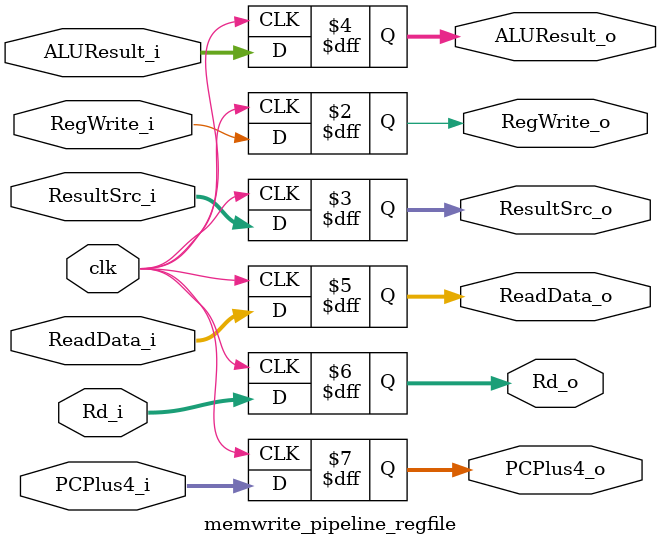
<source format=sv>
module memwrite_pipeline_regfile #(
    parameter   DATA_WIDTH = 32
) (
    input logic                     clk,
    input logic                     RegWrite_i,
    input logic [1:0]               ResultSrc_i,
    input logic [DATA_WIDTH-1:0]    ALUResult_i,
    input logic [DATA_WIDTH-1:0]    ReadData_i,
    input logic [4:0]               Rd_i,
    input logic [DATA_WIDTH-1:0]    PCPlus4_i,

    output logic                    RegWrite_o,
    output logic [1:0]              ResultSrc_o,
    output logic [DATA_WIDTH-1:0]   ALUResult_o,
    output logic [DATA_WIDTH-1:0]   ReadData_o,
    output logic [4:0]              Rd_o,
    output logic [DATA_WIDTH-1:0]   PCPlus4_o


);

    always_ff @ (negedge clk) begin

        RegWrite_o      <= RegWrite_i;
        ResultSrc_o     <= ResultSrc_i;
        ALUResult_o     <= ALUResult_i;
        ReadData_o      <= ReadData_i;
        Rd_o            <= Rd_i;
        PCPlus4_o       <= PCPlus4_i;

    end

endmodule

</source>
